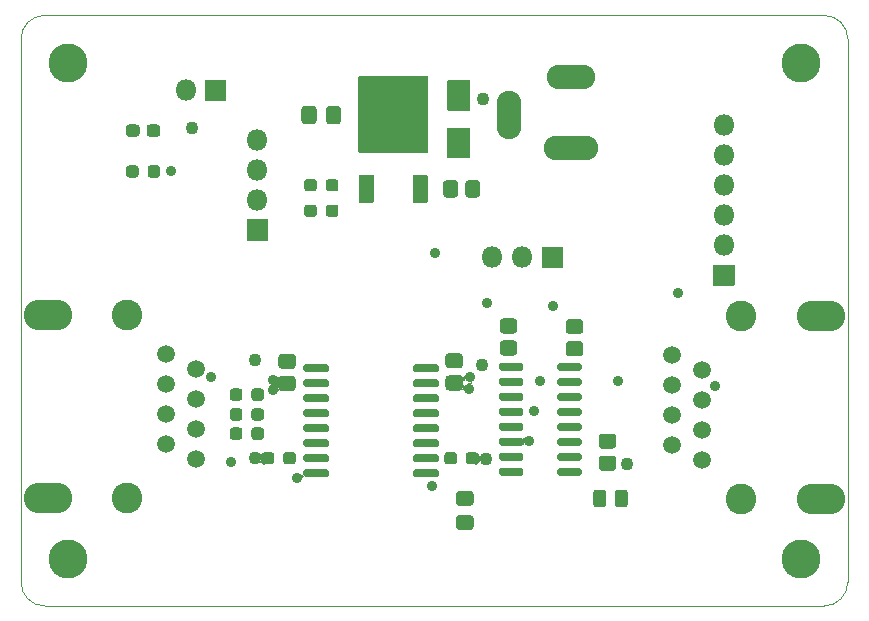
<source format=gts>
G04 #@! TF.GenerationSoftware,KiCad,Pcbnew,5.1.12-84ad8e8a86~92~ubuntu20.04.1*
G04 #@! TF.CreationDate,2022-04-04T08:19:54+02:00*
G04 #@! TF.ProjectId,s88iso,73383869-736f-42e6-9b69-6361645f7063,2020/08*
G04 #@! TF.SameCoordinates,Original*
G04 #@! TF.FileFunction,Soldermask,Top*
G04 #@! TF.FilePolarity,Negative*
%FSLAX46Y46*%
G04 Gerber Fmt 4.6, Leading zero omitted, Abs format (unit mm)*
G04 Created by KiCad (PCBNEW 5.1.12-84ad8e8a86~92~ubuntu20.04.1) date 2022-04-04 08:19:54*
%MOMM*%
%LPD*%
G01*
G04 APERTURE LIST*
G04 #@! TA.AperFunction,Profile*
%ADD10C,0.050000*%
G04 #@! TD*
%ADD11O,4.102000X2.602000*%
%ADD12C,1.502000*%
%ADD13C,2.602000*%
%ADD14O,1.802000X1.802000*%
%ADD15C,3.302000*%
%ADD16O,2.100980X4.102500*%
%ADD17O,4.102500X2.100980*%
%ADD18O,4.602880X2.100980*%
%ADD19C,0.902000*%
%ADD20C,1.102000*%
%ADD21C,0.100000*%
G04 APERTURE END LIST*
D10*
X100000000Y-128000000D02*
X100000000Y-82000000D01*
X168000000Y-130000000D02*
X102000000Y-130000000D01*
X170000000Y-82000000D02*
X170000000Y-128000000D01*
X168000000Y-80000000D02*
X102000000Y-80000000D01*
X100000000Y-82000000D02*
G75*
G02*
X102000000Y-80000000I2000000J0D01*
G01*
X168000000Y-80000000D02*
G75*
G02*
X170000000Y-82000000I0J-2000000D01*
G01*
X170000000Y-128000000D02*
G75*
G02*
X168000000Y-130000000I-2000000J0D01*
G01*
X102000000Y-130000000D02*
G75*
G02*
X100000000Y-128000000I0J2000000D01*
G01*
X100000000Y-128000000D02*
X100000000Y-82000000D01*
X168000000Y-130000000D02*
X102000000Y-130000000D01*
X170000000Y-82000000D02*
X170000000Y-128000000D01*
X168000000Y-80000000D02*
X102000000Y-80000000D01*
X100000000Y-82000000D02*
G75*
G02*
X102000000Y-80000000I2000000J0D01*
G01*
X168000000Y-80000000D02*
G75*
G02*
X170000000Y-82000000I0J-2000000D01*
G01*
X170000000Y-128000000D02*
G75*
G02*
X168000000Y-130000000I-2000000J0D01*
G01*
X102000000Y-130000000D02*
G75*
G02*
X100000000Y-128000000I0J2000000D01*
G01*
G36*
G01*
X145416200Y-109928900D02*
X145416200Y-109577900D01*
G75*
G02*
X145591700Y-109402400I175500J0D01*
G01*
X147292700Y-109402400D01*
G75*
G02*
X147468200Y-109577900I0J-175500D01*
G01*
X147468200Y-109928900D01*
G75*
G02*
X147292700Y-110104400I-175500J0D01*
G01*
X145591700Y-110104400D01*
G75*
G02*
X145416200Y-109928900I0J175500D01*
G01*
G37*
G36*
G01*
X145416200Y-111198900D02*
X145416200Y-110847900D01*
G75*
G02*
X145591700Y-110672400I175500J0D01*
G01*
X147292700Y-110672400D01*
G75*
G02*
X147468200Y-110847900I0J-175500D01*
G01*
X147468200Y-111198900D01*
G75*
G02*
X147292700Y-111374400I-175500J0D01*
G01*
X145591700Y-111374400D01*
G75*
G02*
X145416200Y-111198900I0J175500D01*
G01*
G37*
G36*
G01*
X145416200Y-112468900D02*
X145416200Y-112117900D01*
G75*
G02*
X145591700Y-111942400I175500J0D01*
G01*
X147292700Y-111942400D01*
G75*
G02*
X147468200Y-112117900I0J-175500D01*
G01*
X147468200Y-112468900D01*
G75*
G02*
X147292700Y-112644400I-175500J0D01*
G01*
X145591700Y-112644400D01*
G75*
G02*
X145416200Y-112468900I0J175500D01*
G01*
G37*
G36*
G01*
X145416200Y-113738900D02*
X145416200Y-113387900D01*
G75*
G02*
X145591700Y-113212400I175500J0D01*
G01*
X147292700Y-113212400D01*
G75*
G02*
X147468200Y-113387900I0J-175500D01*
G01*
X147468200Y-113738900D01*
G75*
G02*
X147292700Y-113914400I-175500J0D01*
G01*
X145591700Y-113914400D01*
G75*
G02*
X145416200Y-113738900I0J175500D01*
G01*
G37*
G36*
G01*
X145416200Y-115008900D02*
X145416200Y-114657900D01*
G75*
G02*
X145591700Y-114482400I175500J0D01*
G01*
X147292700Y-114482400D01*
G75*
G02*
X147468200Y-114657900I0J-175500D01*
G01*
X147468200Y-115008900D01*
G75*
G02*
X147292700Y-115184400I-175500J0D01*
G01*
X145591700Y-115184400D01*
G75*
G02*
X145416200Y-115008900I0J175500D01*
G01*
G37*
G36*
G01*
X145416200Y-116278900D02*
X145416200Y-115927900D01*
G75*
G02*
X145591700Y-115752400I175500J0D01*
G01*
X147292700Y-115752400D01*
G75*
G02*
X147468200Y-115927900I0J-175500D01*
G01*
X147468200Y-116278900D01*
G75*
G02*
X147292700Y-116454400I-175500J0D01*
G01*
X145591700Y-116454400D01*
G75*
G02*
X145416200Y-116278900I0J175500D01*
G01*
G37*
G36*
G01*
X145416200Y-117548900D02*
X145416200Y-117197900D01*
G75*
G02*
X145591700Y-117022400I175500J0D01*
G01*
X147292700Y-117022400D01*
G75*
G02*
X147468200Y-117197900I0J-175500D01*
G01*
X147468200Y-117548900D01*
G75*
G02*
X147292700Y-117724400I-175500J0D01*
G01*
X145591700Y-117724400D01*
G75*
G02*
X145416200Y-117548900I0J175500D01*
G01*
G37*
G36*
G01*
X145416200Y-118818900D02*
X145416200Y-118467900D01*
G75*
G02*
X145591700Y-118292400I175500J0D01*
G01*
X147292700Y-118292400D01*
G75*
G02*
X147468200Y-118467900I0J-175500D01*
G01*
X147468200Y-118818900D01*
G75*
G02*
X147292700Y-118994400I-175500J0D01*
G01*
X145591700Y-118994400D01*
G75*
G02*
X145416200Y-118818900I0J175500D01*
G01*
G37*
G36*
G01*
X140466200Y-118818900D02*
X140466200Y-118467900D01*
G75*
G02*
X140641700Y-118292400I175500J0D01*
G01*
X142342700Y-118292400D01*
G75*
G02*
X142518200Y-118467900I0J-175500D01*
G01*
X142518200Y-118818900D01*
G75*
G02*
X142342700Y-118994400I-175500J0D01*
G01*
X140641700Y-118994400D01*
G75*
G02*
X140466200Y-118818900I0J175500D01*
G01*
G37*
G36*
G01*
X140466200Y-117548900D02*
X140466200Y-117197900D01*
G75*
G02*
X140641700Y-117022400I175500J0D01*
G01*
X142342700Y-117022400D01*
G75*
G02*
X142518200Y-117197900I0J-175500D01*
G01*
X142518200Y-117548900D01*
G75*
G02*
X142342700Y-117724400I-175500J0D01*
G01*
X140641700Y-117724400D01*
G75*
G02*
X140466200Y-117548900I0J175500D01*
G01*
G37*
G36*
G01*
X140466200Y-116278900D02*
X140466200Y-115927900D01*
G75*
G02*
X140641700Y-115752400I175500J0D01*
G01*
X142342700Y-115752400D01*
G75*
G02*
X142518200Y-115927900I0J-175500D01*
G01*
X142518200Y-116278900D01*
G75*
G02*
X142342700Y-116454400I-175500J0D01*
G01*
X140641700Y-116454400D01*
G75*
G02*
X140466200Y-116278900I0J175500D01*
G01*
G37*
G36*
G01*
X140466200Y-115008900D02*
X140466200Y-114657900D01*
G75*
G02*
X140641700Y-114482400I175500J0D01*
G01*
X142342700Y-114482400D01*
G75*
G02*
X142518200Y-114657900I0J-175500D01*
G01*
X142518200Y-115008900D01*
G75*
G02*
X142342700Y-115184400I-175500J0D01*
G01*
X140641700Y-115184400D01*
G75*
G02*
X140466200Y-115008900I0J175500D01*
G01*
G37*
G36*
G01*
X140466200Y-113738900D02*
X140466200Y-113387900D01*
G75*
G02*
X140641700Y-113212400I175500J0D01*
G01*
X142342700Y-113212400D01*
G75*
G02*
X142518200Y-113387900I0J-175500D01*
G01*
X142518200Y-113738900D01*
G75*
G02*
X142342700Y-113914400I-175500J0D01*
G01*
X140641700Y-113914400D01*
G75*
G02*
X140466200Y-113738900I0J175500D01*
G01*
G37*
G36*
G01*
X140466200Y-112468900D02*
X140466200Y-112117900D01*
G75*
G02*
X140641700Y-111942400I175500J0D01*
G01*
X142342700Y-111942400D01*
G75*
G02*
X142518200Y-112117900I0J-175500D01*
G01*
X142518200Y-112468900D01*
G75*
G02*
X142342700Y-112644400I-175500J0D01*
G01*
X140641700Y-112644400D01*
G75*
G02*
X140466200Y-112468900I0J175500D01*
G01*
G37*
G36*
G01*
X140466200Y-111198900D02*
X140466200Y-110847900D01*
G75*
G02*
X140641700Y-110672400I175500J0D01*
G01*
X142342700Y-110672400D01*
G75*
G02*
X142518200Y-110847900I0J-175500D01*
G01*
X142518200Y-111198900D01*
G75*
G02*
X142342700Y-111374400I-175500J0D01*
G01*
X140641700Y-111374400D01*
G75*
G02*
X140466200Y-111198900I0J175500D01*
G01*
G37*
G36*
G01*
X140466200Y-109928900D02*
X140466200Y-109577900D01*
G75*
G02*
X140641700Y-109402400I175500J0D01*
G01*
X142342700Y-109402400D01*
G75*
G02*
X142518200Y-109577900I0J-175500D01*
G01*
X142518200Y-109928900D01*
G75*
G02*
X142342700Y-110104400I-175500J0D01*
G01*
X140641700Y-110104400D01*
G75*
G02*
X140466200Y-109928900I0J175500D01*
G01*
G37*
G36*
G01*
X133215600Y-110055900D02*
X133215600Y-109704900D01*
G75*
G02*
X133391100Y-109529400I175500J0D01*
G01*
X135192100Y-109529400D01*
G75*
G02*
X135367600Y-109704900I0J-175500D01*
G01*
X135367600Y-110055900D01*
G75*
G02*
X135192100Y-110231400I-175500J0D01*
G01*
X133391100Y-110231400D01*
G75*
G02*
X133215600Y-110055900I0J175500D01*
G01*
G37*
G36*
G01*
X133215600Y-111325900D02*
X133215600Y-110974900D01*
G75*
G02*
X133391100Y-110799400I175500J0D01*
G01*
X135192100Y-110799400D01*
G75*
G02*
X135367600Y-110974900I0J-175500D01*
G01*
X135367600Y-111325900D01*
G75*
G02*
X135192100Y-111501400I-175500J0D01*
G01*
X133391100Y-111501400D01*
G75*
G02*
X133215600Y-111325900I0J175500D01*
G01*
G37*
G36*
G01*
X133215600Y-112595900D02*
X133215600Y-112244900D01*
G75*
G02*
X133391100Y-112069400I175500J0D01*
G01*
X135192100Y-112069400D01*
G75*
G02*
X135367600Y-112244900I0J-175500D01*
G01*
X135367600Y-112595900D01*
G75*
G02*
X135192100Y-112771400I-175500J0D01*
G01*
X133391100Y-112771400D01*
G75*
G02*
X133215600Y-112595900I0J175500D01*
G01*
G37*
G36*
G01*
X133215600Y-113865900D02*
X133215600Y-113514900D01*
G75*
G02*
X133391100Y-113339400I175500J0D01*
G01*
X135192100Y-113339400D01*
G75*
G02*
X135367600Y-113514900I0J-175500D01*
G01*
X135367600Y-113865900D01*
G75*
G02*
X135192100Y-114041400I-175500J0D01*
G01*
X133391100Y-114041400D01*
G75*
G02*
X133215600Y-113865900I0J175500D01*
G01*
G37*
G36*
G01*
X133215600Y-115135900D02*
X133215600Y-114784900D01*
G75*
G02*
X133391100Y-114609400I175500J0D01*
G01*
X135192100Y-114609400D01*
G75*
G02*
X135367600Y-114784900I0J-175500D01*
G01*
X135367600Y-115135900D01*
G75*
G02*
X135192100Y-115311400I-175500J0D01*
G01*
X133391100Y-115311400D01*
G75*
G02*
X133215600Y-115135900I0J175500D01*
G01*
G37*
G36*
G01*
X133215600Y-116405900D02*
X133215600Y-116054900D01*
G75*
G02*
X133391100Y-115879400I175500J0D01*
G01*
X135192100Y-115879400D01*
G75*
G02*
X135367600Y-116054900I0J-175500D01*
G01*
X135367600Y-116405900D01*
G75*
G02*
X135192100Y-116581400I-175500J0D01*
G01*
X133391100Y-116581400D01*
G75*
G02*
X133215600Y-116405900I0J175500D01*
G01*
G37*
G36*
G01*
X133215600Y-117675900D02*
X133215600Y-117324900D01*
G75*
G02*
X133391100Y-117149400I175500J0D01*
G01*
X135192100Y-117149400D01*
G75*
G02*
X135367600Y-117324900I0J-175500D01*
G01*
X135367600Y-117675900D01*
G75*
G02*
X135192100Y-117851400I-175500J0D01*
G01*
X133391100Y-117851400D01*
G75*
G02*
X133215600Y-117675900I0J175500D01*
G01*
G37*
G36*
G01*
X133215600Y-118945900D02*
X133215600Y-118594900D01*
G75*
G02*
X133391100Y-118419400I175500J0D01*
G01*
X135192100Y-118419400D01*
G75*
G02*
X135367600Y-118594900I0J-175500D01*
G01*
X135367600Y-118945900D01*
G75*
G02*
X135192100Y-119121400I-175500J0D01*
G01*
X133391100Y-119121400D01*
G75*
G02*
X133215600Y-118945900I0J175500D01*
G01*
G37*
G36*
G01*
X123915600Y-118945900D02*
X123915600Y-118594900D01*
G75*
G02*
X124091100Y-118419400I175500J0D01*
G01*
X125892100Y-118419400D01*
G75*
G02*
X126067600Y-118594900I0J-175500D01*
G01*
X126067600Y-118945900D01*
G75*
G02*
X125892100Y-119121400I-175500J0D01*
G01*
X124091100Y-119121400D01*
G75*
G02*
X123915600Y-118945900I0J175500D01*
G01*
G37*
G36*
G01*
X123915600Y-117675900D02*
X123915600Y-117324900D01*
G75*
G02*
X124091100Y-117149400I175500J0D01*
G01*
X125892100Y-117149400D01*
G75*
G02*
X126067600Y-117324900I0J-175500D01*
G01*
X126067600Y-117675900D01*
G75*
G02*
X125892100Y-117851400I-175500J0D01*
G01*
X124091100Y-117851400D01*
G75*
G02*
X123915600Y-117675900I0J175500D01*
G01*
G37*
G36*
G01*
X123915600Y-116405900D02*
X123915600Y-116054900D01*
G75*
G02*
X124091100Y-115879400I175500J0D01*
G01*
X125892100Y-115879400D01*
G75*
G02*
X126067600Y-116054900I0J-175500D01*
G01*
X126067600Y-116405900D01*
G75*
G02*
X125892100Y-116581400I-175500J0D01*
G01*
X124091100Y-116581400D01*
G75*
G02*
X123915600Y-116405900I0J175500D01*
G01*
G37*
G36*
G01*
X123915600Y-115135900D02*
X123915600Y-114784900D01*
G75*
G02*
X124091100Y-114609400I175500J0D01*
G01*
X125892100Y-114609400D01*
G75*
G02*
X126067600Y-114784900I0J-175500D01*
G01*
X126067600Y-115135900D01*
G75*
G02*
X125892100Y-115311400I-175500J0D01*
G01*
X124091100Y-115311400D01*
G75*
G02*
X123915600Y-115135900I0J175500D01*
G01*
G37*
G36*
G01*
X123915600Y-113865900D02*
X123915600Y-113514900D01*
G75*
G02*
X124091100Y-113339400I175500J0D01*
G01*
X125892100Y-113339400D01*
G75*
G02*
X126067600Y-113514900I0J-175500D01*
G01*
X126067600Y-113865900D01*
G75*
G02*
X125892100Y-114041400I-175500J0D01*
G01*
X124091100Y-114041400D01*
G75*
G02*
X123915600Y-113865900I0J175500D01*
G01*
G37*
G36*
G01*
X123915600Y-112595900D02*
X123915600Y-112244900D01*
G75*
G02*
X124091100Y-112069400I175500J0D01*
G01*
X125892100Y-112069400D01*
G75*
G02*
X126067600Y-112244900I0J-175500D01*
G01*
X126067600Y-112595900D01*
G75*
G02*
X125892100Y-112771400I-175500J0D01*
G01*
X124091100Y-112771400D01*
G75*
G02*
X123915600Y-112595900I0J175500D01*
G01*
G37*
G36*
G01*
X123915600Y-111325900D02*
X123915600Y-110974900D01*
G75*
G02*
X124091100Y-110799400I175500J0D01*
G01*
X125892100Y-110799400D01*
G75*
G02*
X126067600Y-110974900I0J-175500D01*
G01*
X126067600Y-111325900D01*
G75*
G02*
X125892100Y-111501400I-175500J0D01*
G01*
X124091100Y-111501400D01*
G75*
G02*
X123915600Y-111325900I0J175500D01*
G01*
G37*
G36*
G01*
X123915600Y-110055900D02*
X123915600Y-109704900D01*
G75*
G02*
X124091100Y-109529400I175500J0D01*
G01*
X125892100Y-109529400D01*
G75*
G02*
X126067600Y-109704900I0J-175500D01*
G01*
X126067600Y-110055900D01*
G75*
G02*
X125892100Y-110231400I-175500J0D01*
G01*
X124091100Y-110231400D01*
G75*
G02*
X123915600Y-110055900I0J175500D01*
G01*
G37*
G36*
G01*
X137958400Y-88099400D02*
X136158400Y-88099400D01*
G75*
G02*
X136107400Y-88048400I0J51000D01*
G01*
X136107400Y-85548400D01*
G75*
G02*
X136158400Y-85497400I51000J0D01*
G01*
X137958400Y-85497400D01*
G75*
G02*
X138009400Y-85548400I0J-51000D01*
G01*
X138009400Y-88048400D01*
G75*
G02*
X137958400Y-88099400I-51000J0D01*
G01*
G37*
G36*
G01*
X137958400Y-92099400D02*
X136158400Y-92099400D01*
G75*
G02*
X136107400Y-92048400I0J51000D01*
G01*
X136107400Y-89548400D01*
G75*
G02*
X136158400Y-89497400I51000J0D01*
G01*
X137958400Y-89497400D01*
G75*
G02*
X138009400Y-89548400I0J-51000D01*
G01*
X138009400Y-92048400D01*
G75*
G02*
X137958400Y-92099400I-51000J0D01*
G01*
G37*
D11*
X167700000Y-120983200D03*
X167700000Y-105483200D03*
D12*
X157693200Y-115138200D03*
X157693200Y-117678200D03*
X155153200Y-116408200D03*
X155153200Y-113868200D03*
X157693200Y-112598200D03*
X155153200Y-111328200D03*
X157693200Y-110058200D03*
X155153200Y-108788200D03*
D13*
X160983200Y-120983200D03*
X160983200Y-105483200D03*
G36*
G01*
X136913000Y-117237400D02*
X136913000Y-117763400D01*
G75*
G02*
X136650000Y-118026400I-263000J0D01*
G01*
X136099000Y-118026400D01*
G75*
G02*
X135836000Y-117763400I0J263000D01*
G01*
X135836000Y-117237400D01*
G75*
G02*
X136099000Y-116974400I263000J0D01*
G01*
X136650000Y-116974400D01*
G75*
G02*
X136913000Y-117237400I0J-263000D01*
G01*
G37*
G36*
G01*
X138738000Y-117237400D02*
X138738000Y-117763400D01*
G75*
G02*
X138475000Y-118026400I-263000J0D01*
G01*
X137924000Y-118026400D01*
G75*
G02*
X137661000Y-117763400I0J263000D01*
G01*
X137661000Y-117237400D01*
G75*
G02*
X137924000Y-116974400I263000J0D01*
G01*
X138475000Y-116974400D01*
G75*
G02*
X138738000Y-117237400I0J-263000D01*
G01*
G37*
G36*
G01*
X121444400Y-117237400D02*
X121444400Y-117763400D01*
G75*
G02*
X121181400Y-118026400I-263000J0D01*
G01*
X120630400Y-118026400D01*
G75*
G02*
X120367400Y-117763400I0J263000D01*
G01*
X120367400Y-117237400D01*
G75*
G02*
X120630400Y-116974400I263000J0D01*
G01*
X121181400Y-116974400D01*
G75*
G02*
X121444400Y-117237400I0J-263000D01*
G01*
G37*
G36*
G01*
X123269400Y-117237400D02*
X123269400Y-117763400D01*
G75*
G02*
X123006400Y-118026400I-263000J0D01*
G01*
X122455400Y-118026400D01*
G75*
G02*
X122192400Y-117763400I0J263000D01*
G01*
X122192400Y-117237400D01*
G75*
G02*
X122455400Y-116974400I263000J0D01*
G01*
X123006400Y-116974400D01*
G75*
G02*
X123269400Y-117237400I0J-263000D01*
G01*
G37*
G36*
G01*
X122104100Y-108647500D02*
X122955100Y-108647500D01*
G75*
G02*
X123280600Y-108973000I0J-325500D01*
G01*
X123280600Y-109624000D01*
G75*
G02*
X122955100Y-109949500I-325500J0D01*
G01*
X122104100Y-109949500D01*
G75*
G02*
X121778600Y-109624000I0J325500D01*
G01*
X121778600Y-108973000D01*
G75*
G02*
X122104100Y-108647500I325500J0D01*
G01*
G37*
G36*
G01*
X122104100Y-110522500D02*
X122955100Y-110522500D01*
G75*
G02*
X123280600Y-110848000I0J-325500D01*
G01*
X123280600Y-111499000D01*
G75*
G02*
X122955100Y-111824500I-325500J0D01*
G01*
X122104100Y-111824500D01*
G75*
G02*
X121778600Y-111499000I0J325500D01*
G01*
X121778600Y-110848000D01*
G75*
G02*
X122104100Y-110522500I325500J0D01*
G01*
G37*
G36*
G01*
X136251900Y-110469400D02*
X137102900Y-110469400D01*
G75*
G02*
X137428400Y-110794900I0J-325500D01*
G01*
X137428400Y-111445900D01*
G75*
G02*
X137102900Y-111771400I-325500J0D01*
G01*
X136251900Y-111771400D01*
G75*
G02*
X135926400Y-111445900I0J325500D01*
G01*
X135926400Y-110794900D01*
G75*
G02*
X136251900Y-110469400I325500J0D01*
G01*
G37*
G36*
G01*
X136251900Y-108594400D02*
X137102900Y-108594400D01*
G75*
G02*
X137428400Y-108919900I0J-325500D01*
G01*
X137428400Y-109570900D01*
G75*
G02*
X137102900Y-109896400I-325500J0D01*
G01*
X136251900Y-109896400D01*
G75*
G02*
X135926400Y-109570900I0J325500D01*
G01*
X135926400Y-108919900D01*
G75*
G02*
X136251900Y-108594400I325500J0D01*
G01*
G37*
G36*
G01*
X149561800Y-120427875D02*
X149561800Y-121380125D01*
G75*
G02*
X149286925Y-121655000I-274875J0D01*
G01*
X148709675Y-121655000D01*
G75*
G02*
X148434800Y-121380125I0J274875D01*
G01*
X148434800Y-120427875D01*
G75*
G02*
X148709675Y-120153000I274875J0D01*
G01*
X149286925Y-120153000D01*
G75*
G02*
X149561800Y-120427875I0J-274875D01*
G01*
G37*
G36*
G01*
X151386800Y-120427875D02*
X151386800Y-121380125D01*
G75*
G02*
X151111925Y-121655000I-274875J0D01*
G01*
X150534675Y-121655000D01*
G75*
G02*
X150259800Y-121380125I0J274875D01*
G01*
X150259800Y-120427875D01*
G75*
G02*
X150534675Y-120153000I274875J0D01*
G01*
X151111925Y-120153000D01*
G75*
G02*
X151386800Y-120427875I0J-274875D01*
G01*
G37*
G36*
G01*
X134420201Y-91644400D02*
X128620199Y-91644400D01*
G75*
G02*
X128569200Y-91593401I0J50999D01*
G01*
X128569200Y-85193399D01*
G75*
G02*
X128620199Y-85142400I50999J0D01*
G01*
X134420201Y-85142400D01*
G75*
G02*
X134471200Y-85193399I0J-50999D01*
G01*
X134471200Y-91593401D01*
G75*
G02*
X134420201Y-91644400I-50999J0D01*
G01*
G37*
G36*
G01*
X134400201Y-95844400D02*
X133200199Y-95844400D01*
G75*
G02*
X133149200Y-95793401I0J50999D01*
G01*
X133149200Y-93593399D01*
G75*
G02*
X133200199Y-93542400I50999J0D01*
G01*
X134400201Y-93542400D01*
G75*
G02*
X134451200Y-93593399I0J-50999D01*
G01*
X134451200Y-95793401D01*
G75*
G02*
X134400201Y-95844400I-50999J0D01*
G01*
G37*
G36*
G01*
X129840201Y-95844400D02*
X128640199Y-95844400D01*
G75*
G02*
X128589200Y-95793401I0J50999D01*
G01*
X128589200Y-93593399D01*
G75*
G02*
X128640199Y-93542400I50999J0D01*
G01*
X129840201Y-93542400D01*
G75*
G02*
X129891200Y-93593399I0J-50999D01*
G01*
X129891200Y-95793401D01*
G75*
G02*
X129840201Y-95844400I-50999J0D01*
G01*
G37*
G36*
G01*
X118752000Y-115154600D02*
X118752000Y-115680600D01*
G75*
G02*
X118489000Y-115943600I-263000J0D01*
G01*
X117938000Y-115943600D01*
G75*
G02*
X117675000Y-115680600I0J263000D01*
G01*
X117675000Y-115154600D01*
G75*
G02*
X117938000Y-114891600I263000J0D01*
G01*
X118489000Y-114891600D01*
G75*
G02*
X118752000Y-115154600I0J-263000D01*
G01*
G37*
G36*
G01*
X120577000Y-115154600D02*
X120577000Y-115680600D01*
G75*
G02*
X120314000Y-115943600I-263000J0D01*
G01*
X119763000Y-115943600D01*
G75*
G02*
X119500000Y-115680600I0J263000D01*
G01*
X119500000Y-115154600D01*
G75*
G02*
X119763000Y-114891600I263000J0D01*
G01*
X120314000Y-114891600D01*
G75*
G02*
X120577000Y-115154600I0J-263000D01*
G01*
G37*
G36*
G01*
X118752000Y-113529000D02*
X118752000Y-114055000D01*
G75*
G02*
X118489000Y-114318000I-263000J0D01*
G01*
X117938000Y-114318000D01*
G75*
G02*
X117675000Y-114055000I0J263000D01*
G01*
X117675000Y-113529000D01*
G75*
G02*
X117938000Y-113266000I263000J0D01*
G01*
X118489000Y-113266000D01*
G75*
G02*
X118752000Y-113529000I0J-263000D01*
G01*
G37*
G36*
G01*
X120577000Y-113529000D02*
X120577000Y-114055000D01*
G75*
G02*
X120314000Y-114318000I-263000J0D01*
G01*
X119763000Y-114318000D01*
G75*
G02*
X119500000Y-114055000I0J263000D01*
G01*
X119500000Y-113529000D01*
G75*
G02*
X119763000Y-113266000I263000J0D01*
G01*
X120314000Y-113266000D01*
G75*
G02*
X120577000Y-113529000I0J-263000D01*
G01*
G37*
G36*
G01*
X118752000Y-111852600D02*
X118752000Y-112378600D01*
G75*
G02*
X118489000Y-112641600I-263000J0D01*
G01*
X117938000Y-112641600D01*
G75*
G02*
X117675000Y-112378600I0J263000D01*
G01*
X117675000Y-111852600D01*
G75*
G02*
X117938000Y-111589600I263000J0D01*
G01*
X118489000Y-111589600D01*
G75*
G02*
X118752000Y-111852600I0J-263000D01*
G01*
G37*
G36*
G01*
X120577000Y-111852600D02*
X120577000Y-112378600D01*
G75*
G02*
X120314000Y-112641600I-263000J0D01*
G01*
X119763000Y-112641600D01*
G75*
G02*
X119500000Y-112378600I0J263000D01*
G01*
X119500000Y-111852600D01*
G75*
G02*
X119763000Y-111589600I263000J0D01*
G01*
X120314000Y-111589600D01*
G75*
G02*
X120577000Y-111852600I0J-263000D01*
G01*
G37*
G36*
G01*
X110711600Y-93481000D02*
X110711600Y-92955000D01*
G75*
G02*
X110974600Y-92692000I263000J0D01*
G01*
X111525600Y-92692000D01*
G75*
G02*
X111788600Y-92955000I0J-263000D01*
G01*
X111788600Y-93481000D01*
G75*
G02*
X111525600Y-93744000I-263000J0D01*
G01*
X110974600Y-93744000D01*
G75*
G02*
X110711600Y-93481000I0J263000D01*
G01*
G37*
G36*
G01*
X108886600Y-93481000D02*
X108886600Y-92955000D01*
G75*
G02*
X109149600Y-92692000I263000J0D01*
G01*
X109700600Y-92692000D01*
G75*
G02*
X109963600Y-92955000I0J-263000D01*
G01*
X109963600Y-93481000D01*
G75*
G02*
X109700600Y-93744000I-263000J0D01*
G01*
X109149600Y-93744000D01*
G75*
G02*
X108886600Y-93481000I0J263000D01*
G01*
G37*
G36*
G01*
X125051200Y-94123400D02*
X125051200Y-94649400D01*
G75*
G02*
X124788200Y-94912400I-263000J0D01*
G01*
X124237200Y-94912400D01*
G75*
G02*
X123974200Y-94649400I0J263000D01*
G01*
X123974200Y-94123400D01*
G75*
G02*
X124237200Y-93860400I263000J0D01*
G01*
X124788200Y-93860400D01*
G75*
G02*
X125051200Y-94123400I0J-263000D01*
G01*
G37*
G36*
G01*
X126876200Y-94123400D02*
X126876200Y-94649400D01*
G75*
G02*
X126613200Y-94912400I-263000J0D01*
G01*
X126062200Y-94912400D01*
G75*
G02*
X125799200Y-94649400I0J263000D01*
G01*
X125799200Y-94123400D01*
G75*
G02*
X126062200Y-93860400I263000J0D01*
G01*
X126613200Y-93860400D01*
G75*
G02*
X126876200Y-94123400I0J-263000D01*
G01*
G37*
G36*
G01*
X125799200Y-96808400D02*
X125799200Y-96282400D01*
G75*
G02*
X126062200Y-96019400I263000J0D01*
G01*
X126613200Y-96019400D01*
G75*
G02*
X126876200Y-96282400I0J-263000D01*
G01*
X126876200Y-96808400D01*
G75*
G02*
X126613200Y-97071400I-263000J0D01*
G01*
X126062200Y-97071400D01*
G75*
G02*
X125799200Y-96808400I0J263000D01*
G01*
G37*
G36*
G01*
X123974200Y-96808400D02*
X123974200Y-96282400D01*
G75*
G02*
X124237200Y-96019400I263000J0D01*
G01*
X124788200Y-96019400D01*
G75*
G02*
X125051200Y-96282400I0J-263000D01*
G01*
X125051200Y-96808400D01*
G75*
G02*
X124788200Y-97071400I-263000J0D01*
G01*
X124237200Y-97071400D01*
G75*
G02*
X123974200Y-96808400I0J263000D01*
G01*
G37*
G36*
G01*
X137087572Y-122319000D02*
X138045228Y-122319000D01*
G75*
G02*
X138317400Y-122591172I0J-272172D01*
G01*
X138317400Y-123298828D01*
G75*
G02*
X138045228Y-123571000I-272172J0D01*
G01*
X137087572Y-123571000D01*
G75*
G02*
X136815400Y-123298828I0J272172D01*
G01*
X136815400Y-122591172D01*
G75*
G02*
X137087572Y-122319000I272172J0D01*
G01*
G37*
G36*
G01*
X137087572Y-120269000D02*
X138045228Y-120269000D01*
G75*
G02*
X138317400Y-120541172I0J-272172D01*
G01*
X138317400Y-121248828D01*
G75*
G02*
X138045228Y-121521000I-272172J0D01*
G01*
X137087572Y-121521000D01*
G75*
G02*
X136815400Y-121248828I0J272172D01*
G01*
X136815400Y-120541172D01*
G75*
G02*
X137087572Y-120269000I272172J0D01*
G01*
G37*
G36*
G01*
X110636600Y-90026600D02*
X110636600Y-89500600D01*
G75*
G02*
X110899600Y-89237600I263000J0D01*
G01*
X111525600Y-89237600D01*
G75*
G02*
X111788600Y-89500600I0J-263000D01*
G01*
X111788600Y-90026600D01*
G75*
G02*
X111525600Y-90289600I-263000J0D01*
G01*
X110899600Y-90289600D01*
G75*
G02*
X110636600Y-90026600I0J263000D01*
G01*
G37*
G36*
G01*
X108886600Y-90026600D02*
X108886600Y-89500600D01*
G75*
G02*
X109149600Y-89237600I263000J0D01*
G01*
X109775600Y-89237600D01*
G75*
G02*
X110038600Y-89500600I0J-263000D01*
G01*
X110038600Y-90026600D01*
G75*
G02*
X109775600Y-90289600I-263000J0D01*
G01*
X109149600Y-90289600D01*
G75*
G02*
X108886600Y-90026600I0J263000D01*
G01*
G37*
G36*
G01*
X125026200Y-87938502D02*
X125026200Y-88947098D01*
G75*
G02*
X124754498Y-89218800I-271702J0D01*
G01*
X124020902Y-89218800D01*
G75*
G02*
X123749200Y-88947098I0J271702D01*
G01*
X123749200Y-87938502D01*
G75*
G02*
X124020902Y-87666800I271702J0D01*
G01*
X124754498Y-87666800D01*
G75*
G02*
X125026200Y-87938502I0J-271702D01*
G01*
G37*
G36*
G01*
X127101200Y-87938502D02*
X127101200Y-88947098D01*
G75*
G02*
X126829498Y-89218800I-271702J0D01*
G01*
X126095902Y-89218800D01*
G75*
G02*
X125824200Y-88947098I0J271702D01*
G01*
X125824200Y-87938502D01*
G75*
G02*
X126095902Y-87666800I271702J0D01*
G01*
X126829498Y-87666800D01*
G75*
G02*
X127101200Y-87938502I0J-271702D01*
G01*
G37*
D14*
X139920000Y-100500000D03*
X142460000Y-100500000D03*
G36*
G01*
X144150000Y-99599000D02*
X145850000Y-99599000D01*
G75*
G02*
X145901000Y-99650000I0J-51000D01*
G01*
X145901000Y-101350000D01*
G75*
G02*
X145850000Y-101401000I-51000J0D01*
G01*
X144150000Y-101401000D01*
G75*
G02*
X144099000Y-101350000I0J51000D01*
G01*
X144099000Y-99650000D01*
G75*
G02*
X144150000Y-99599000I51000J0D01*
G01*
G37*
D13*
X108979000Y-120899000D03*
X108979000Y-105399000D03*
D12*
X114809000Y-117594000D03*
X112269000Y-116324000D03*
X114809000Y-115054000D03*
X112269000Y-113784000D03*
X114809000Y-112514000D03*
X114809000Y-109974000D03*
X112269000Y-108704000D03*
X112269000Y-111244000D03*
D11*
X102300000Y-120899000D03*
X102300000Y-105399000D03*
D15*
X166000000Y-126000000D03*
X166000000Y-84000000D03*
X104000000Y-126000000D03*
X104000000Y-84000000D03*
D14*
X120015000Y-90551000D03*
X120015000Y-93091000D03*
X120015000Y-95631000D03*
G36*
G01*
X120916000Y-97321000D02*
X120916000Y-99021000D01*
G75*
G02*
X120865000Y-99072000I-51000J0D01*
G01*
X119165000Y-99072000D01*
G75*
G02*
X119114000Y-99021000I0J51000D01*
G01*
X119114000Y-97321000D01*
G75*
G02*
X119165000Y-97270000I51000J0D01*
G01*
X120865000Y-97270000D01*
G75*
G02*
X120916000Y-97321000I0J-51000D01*
G01*
G37*
G36*
G01*
X137598900Y-95116700D02*
X137598900Y-94265700D01*
G75*
G02*
X137924400Y-93940200I325500J0D01*
G01*
X138575400Y-93940200D01*
G75*
G02*
X138900900Y-94265700I0J-325500D01*
G01*
X138900900Y-95116700D01*
G75*
G02*
X138575400Y-95442200I-325500J0D01*
G01*
X137924400Y-95442200D01*
G75*
G02*
X137598900Y-95116700I0J325500D01*
G01*
G37*
G36*
G01*
X135723900Y-95116700D02*
X135723900Y-94265700D01*
G75*
G02*
X136049400Y-93940200I325500J0D01*
G01*
X136700400Y-93940200D01*
G75*
G02*
X137025900Y-94265700I0J-325500D01*
G01*
X137025900Y-95116700D01*
G75*
G02*
X136700400Y-95442200I-325500J0D01*
G01*
X136049400Y-95442200D01*
G75*
G02*
X135723900Y-95116700I0J325500D01*
G01*
G37*
G36*
G01*
X141700300Y-108827300D02*
X140849300Y-108827300D01*
G75*
G02*
X140523800Y-108501800I0J325500D01*
G01*
X140523800Y-107850800D01*
G75*
G02*
X140849300Y-107525300I325500J0D01*
G01*
X141700300Y-107525300D01*
G75*
G02*
X142025800Y-107850800I0J-325500D01*
G01*
X142025800Y-108501800D01*
G75*
G02*
X141700300Y-108827300I-325500J0D01*
G01*
G37*
G36*
G01*
X141700300Y-106952300D02*
X140849300Y-106952300D01*
G75*
G02*
X140523800Y-106626800I0J325500D01*
G01*
X140523800Y-105975800D01*
G75*
G02*
X140849300Y-105650300I325500J0D01*
G01*
X141700300Y-105650300D01*
G75*
G02*
X142025800Y-105975800I0J-325500D01*
G01*
X142025800Y-106626800D01*
G75*
G02*
X141700300Y-106952300I-325500J0D01*
G01*
G37*
D16*
X141307820Y-88437720D03*
D17*
X146608800Y-85186520D03*
D18*
X146608800Y-91188540D03*
G36*
G01*
X150082300Y-116705900D02*
X149231300Y-116705900D01*
G75*
G02*
X148905800Y-116380400I0J325500D01*
G01*
X148905800Y-115729400D01*
G75*
G02*
X149231300Y-115403900I325500J0D01*
G01*
X150082300Y-115403900D01*
G75*
G02*
X150407800Y-115729400I0J-325500D01*
G01*
X150407800Y-116380400D01*
G75*
G02*
X150082300Y-116705900I-325500J0D01*
G01*
G37*
G36*
G01*
X150082300Y-118580900D02*
X149231300Y-118580900D01*
G75*
G02*
X148905800Y-118255400I0J325500D01*
G01*
X148905800Y-117604400D01*
G75*
G02*
X149231300Y-117278900I325500J0D01*
G01*
X150082300Y-117278900D01*
G75*
G02*
X150407800Y-117604400I0J-325500D01*
G01*
X150407800Y-118255400D01*
G75*
G02*
X150082300Y-118580900I-325500J0D01*
G01*
G37*
G36*
G01*
X160413000Y-101150000D02*
X160413000Y-102850000D01*
G75*
G02*
X160362000Y-102901000I-51000J0D01*
G01*
X158662000Y-102901000D01*
G75*
G02*
X158611000Y-102850000I0J51000D01*
G01*
X158611000Y-101150000D01*
G75*
G02*
X158662000Y-101099000I51000J0D01*
G01*
X160362000Y-101099000D01*
G75*
G02*
X160413000Y-101150000I0J-51000D01*
G01*
G37*
D14*
X159512000Y-99460000D03*
X159512000Y-96920000D03*
X159512000Y-94380000D03*
X159512000Y-91840000D03*
X159512000Y-89300000D03*
G36*
G01*
X147288300Y-108878100D02*
X146437300Y-108878100D01*
G75*
G02*
X146111800Y-108552600I0J325500D01*
G01*
X146111800Y-107901600D01*
G75*
G02*
X146437300Y-107576100I325500J0D01*
G01*
X147288300Y-107576100D01*
G75*
G02*
X147613800Y-107901600I0J-325500D01*
G01*
X147613800Y-108552600D01*
G75*
G02*
X147288300Y-108878100I-325500J0D01*
G01*
G37*
G36*
G01*
X147288300Y-107003100D02*
X146437300Y-107003100D01*
G75*
G02*
X146111800Y-106677600I0J325500D01*
G01*
X146111800Y-106026600D01*
G75*
G02*
X146437300Y-105701100I325500J0D01*
G01*
X147288300Y-105701100D01*
G75*
G02*
X147613800Y-106026600I0J-325500D01*
G01*
X147613800Y-106677600D01*
G75*
G02*
X147288300Y-107003100I-325500J0D01*
G01*
G37*
G36*
G01*
X115634400Y-85459000D02*
X117334400Y-85459000D01*
G75*
G02*
X117385400Y-85510000I0J-51000D01*
G01*
X117385400Y-87210000D01*
G75*
G02*
X117334400Y-87261000I-51000J0D01*
G01*
X115634400Y-87261000D01*
G75*
G02*
X115583400Y-87210000I0J51000D01*
G01*
X115583400Y-85510000D01*
G75*
G02*
X115634400Y-85459000I51000J0D01*
G01*
G37*
X113944400Y-86360000D03*
D19*
X139446000Y-104394000D03*
X145034000Y-104648000D03*
X134823200Y-119837200D03*
X112674400Y-93218000D03*
X135026400Y-100126800D03*
X158750000Y-111353600D03*
X137998200Y-110642400D03*
X137972800Y-111633000D03*
D20*
X139039600Y-109575600D03*
X151333200Y-118008400D03*
X114452400Y-89560400D03*
X139090400Y-87122000D03*
X139395200Y-117576600D03*
X119786400Y-117500400D03*
X119786400Y-109220000D03*
D19*
X121310400Y-111760000D03*
X121310400Y-110845600D03*
X123342400Y-119176800D03*
X150571200Y-110998000D03*
X143916400Y-110998000D03*
X143459200Y-113538000D03*
X155600400Y-103530400D03*
X143002000Y-116078000D03*
X116128800Y-110591600D03*
X117754400Y-117805200D03*
D21*
G36*
X123916765Y-118814176D02*
G01*
X123917600Y-118815802D01*
X123917600Y-118945806D01*
X123920942Y-118979743D01*
X123930816Y-119012292D01*
X123946848Y-119042287D01*
X123968424Y-119068576D01*
X123994713Y-119090152D01*
X124024708Y-119106184D01*
X124057257Y-119116058D01*
X124091296Y-119119410D01*
X124092922Y-119120575D01*
X124092726Y-119122565D01*
X124091100Y-119123400D01*
X124034740Y-119123400D01*
X124034544Y-119123390D01*
X124006476Y-119120626D01*
X124006091Y-119120550D01*
X123985010Y-119114154D01*
X123984648Y-119114004D01*
X123973690Y-119108148D01*
X123951327Y-119098885D01*
X123927677Y-119094181D01*
X123903571Y-119094181D01*
X123879921Y-119098886D01*
X123857647Y-119108112D01*
X123837600Y-119121507D01*
X123820553Y-119138554D01*
X123807158Y-119158602D01*
X123797949Y-119180833D01*
X123793206Y-119212812D01*
X123791963Y-119214379D01*
X123789985Y-119214086D01*
X123789228Y-119212519D01*
X123789228Y-119132793D01*
X123772056Y-119046464D01*
X123738373Y-118965147D01*
X123691081Y-118894368D01*
X123690950Y-118892372D01*
X123692613Y-118891261D01*
X123694158Y-118891843D01*
X123696928Y-118894613D01*
X123697060Y-118894758D01*
X123703634Y-118902769D01*
X123722271Y-118918064D01*
X123743535Y-118929429D01*
X123766610Y-118936429D01*
X123790601Y-118938792D01*
X123814592Y-118936429D01*
X123837667Y-118929429D01*
X123858931Y-118918064D01*
X123877568Y-118902769D01*
X123892863Y-118884132D01*
X123904228Y-118862868D01*
X123911228Y-118839793D01*
X123913610Y-118815606D01*
X123914775Y-118813980D01*
X123916765Y-118814176D01*
G37*
G36*
X138531558Y-116972410D02*
G01*
X138576695Y-116976855D01*
X138577080Y-116976931D01*
X138614576Y-116988306D01*
X138614938Y-116988456D01*
X138649497Y-117006928D01*
X138649823Y-117007146D01*
X138680116Y-117032007D01*
X138680393Y-117032284D01*
X138705254Y-117062577D01*
X138705472Y-117062903D01*
X138723944Y-117097462D01*
X138724094Y-117097824D01*
X138735469Y-117135320D01*
X138735545Y-117135705D01*
X138739491Y-117175772D01*
X138744215Y-117199524D01*
X138753441Y-117221798D01*
X138766836Y-117241845D01*
X138783883Y-117258892D01*
X138803930Y-117272287D01*
X138826204Y-117281513D01*
X138849854Y-117286218D01*
X138873961Y-117286218D01*
X138897611Y-117281514D01*
X138919885Y-117272288D01*
X138939890Y-117258921D01*
X138961601Y-117234966D01*
X138963505Y-117234354D01*
X138964987Y-117235697D01*
X138964746Y-117237420D01*
X138911034Y-117317807D01*
X138869850Y-117417235D01*
X138848853Y-117522792D01*
X138848853Y-117630408D01*
X138869850Y-117735965D01*
X138911034Y-117835393D01*
X138938892Y-117877085D01*
X138939023Y-117879081D01*
X138937360Y-117880192D01*
X138935683Y-117879465D01*
X138924158Y-117865422D01*
X138905521Y-117850127D01*
X138884257Y-117838762D01*
X138861182Y-117831762D01*
X138837191Y-117829399D01*
X138813200Y-117831762D01*
X138790125Y-117838762D01*
X138768862Y-117850128D01*
X138750225Y-117865423D01*
X138734896Y-117884102D01*
X138728700Y-117894440D01*
X138705473Y-117937896D01*
X138705255Y-117938222D01*
X138680393Y-117968516D01*
X138680116Y-117968793D01*
X138649823Y-117993654D01*
X138649497Y-117993872D01*
X138614938Y-118012344D01*
X138614576Y-118012494D01*
X138577080Y-118023869D01*
X138576695Y-118023945D01*
X138531558Y-118028390D01*
X138531362Y-118028400D01*
X138475000Y-118028400D01*
X138473268Y-118027400D01*
X138473268Y-118025400D01*
X138474804Y-118024410D01*
X138525914Y-118019377D01*
X138574877Y-118004523D01*
X138619999Y-117980406D01*
X138659548Y-117947948D01*
X138692006Y-117908399D01*
X138716123Y-117863277D01*
X138730977Y-117814314D01*
X138736000Y-117763306D01*
X138736000Y-117237494D01*
X138730977Y-117186486D01*
X138716123Y-117137523D01*
X138692006Y-117092401D01*
X138659548Y-117052852D01*
X138619999Y-117020394D01*
X138574877Y-116996277D01*
X138525914Y-116981423D01*
X138474804Y-116976390D01*
X138473178Y-116975225D01*
X138473374Y-116973235D01*
X138475000Y-116972400D01*
X138531362Y-116972400D01*
X138531558Y-116972410D01*
G37*
G36*
X120632132Y-116973400D02*
G01*
X120632132Y-116975400D01*
X120630596Y-116976390D01*
X120579486Y-116981423D01*
X120530523Y-116996277D01*
X120485401Y-117020394D01*
X120445852Y-117052852D01*
X120413394Y-117092401D01*
X120389277Y-117137523D01*
X120374423Y-117186486D01*
X120369400Y-117237494D01*
X120369400Y-117763306D01*
X120374423Y-117814314D01*
X120389277Y-117863277D01*
X120413394Y-117908399D01*
X120445852Y-117947948D01*
X120485401Y-117980406D01*
X120530523Y-118004523D01*
X120579486Y-118019377D01*
X120630596Y-118024410D01*
X120632222Y-118025575D01*
X120632026Y-118027565D01*
X120630400Y-118028400D01*
X120574038Y-118028400D01*
X120573842Y-118028390D01*
X120528705Y-118023945D01*
X120528320Y-118023869D01*
X120490824Y-118012494D01*
X120490462Y-118012344D01*
X120455903Y-117993872D01*
X120455577Y-117993654D01*
X120425284Y-117968793D01*
X120425007Y-117968516D01*
X120400144Y-117938221D01*
X120399926Y-117937895D01*
X120382860Y-117905966D01*
X120369412Y-117885839D01*
X120352365Y-117868792D01*
X120332317Y-117855397D01*
X120310044Y-117846171D01*
X120286393Y-117841466D01*
X120262287Y-117841466D01*
X120238637Y-117846170D01*
X120216363Y-117855397D01*
X120196156Y-117868898D01*
X120194160Y-117869029D01*
X120193049Y-117867366D01*
X120193631Y-117865821D01*
X120210775Y-117848677D01*
X120270566Y-117759193D01*
X120311750Y-117659765D01*
X120332747Y-117554208D01*
X120332747Y-117446592D01*
X120311750Y-117341035D01*
X120270566Y-117241607D01*
X120210775Y-117152123D01*
X120189294Y-117130642D01*
X120188776Y-117128710D01*
X120190190Y-117127296D01*
X120191977Y-117127682D01*
X120206010Y-117139199D01*
X120227274Y-117150564D01*
X120250349Y-117157564D01*
X120274340Y-117159927D01*
X120298331Y-117157564D01*
X120321406Y-117150564D01*
X120342670Y-117139199D01*
X120361307Y-117123904D01*
X120376632Y-117105229D01*
X120382839Y-117094873D01*
X120399926Y-117062905D01*
X120400144Y-117062579D01*
X120425007Y-117032284D01*
X120425284Y-117032007D01*
X120455577Y-117007146D01*
X120455903Y-117006928D01*
X120490462Y-116988456D01*
X120490824Y-116988306D01*
X120528320Y-116976931D01*
X120528705Y-116976855D01*
X120573842Y-116972410D01*
X120574038Y-116972400D01*
X120630400Y-116972400D01*
X120632132Y-116973400D01*
G37*
G36*
X142399256Y-115750410D02*
G01*
X142427324Y-115753174D01*
X142427709Y-115753250D01*
X142448790Y-115759646D01*
X142449152Y-115759796D01*
X142468587Y-115770183D01*
X142468913Y-115770401D01*
X142494693Y-115791558D01*
X142514820Y-115805006D01*
X142537094Y-115814233D01*
X142560744Y-115818937D01*
X142584850Y-115818937D01*
X142608500Y-115814233D01*
X142630730Y-115805025D01*
X142656697Y-115785767D01*
X142658684Y-115785538D01*
X142659875Y-115787144D01*
X142659302Y-115788787D01*
X142654926Y-115793163D01*
X142606027Y-115866347D01*
X142572344Y-115947664D01*
X142555172Y-116033993D01*
X142555172Y-116122007D01*
X142572344Y-116208336D01*
X142606027Y-116289653D01*
X142654926Y-116362837D01*
X142680871Y-116388782D01*
X142681389Y-116390714D01*
X142679975Y-116392128D01*
X142678188Y-116391742D01*
X142664150Y-116380221D01*
X142642886Y-116368856D01*
X142619811Y-116361856D01*
X142595820Y-116359493D01*
X142571829Y-116361856D01*
X142548754Y-116368856D01*
X142527490Y-116380221D01*
X142508814Y-116395548D01*
X142500711Y-116404490D01*
X142486222Y-116422144D01*
X142485945Y-116422421D01*
X142468914Y-116436398D01*
X142468588Y-116436616D01*
X142449152Y-116447004D01*
X142448790Y-116447154D01*
X142427709Y-116453550D01*
X142427324Y-116453626D01*
X142399256Y-116456390D01*
X142399060Y-116456400D01*
X142342700Y-116456400D01*
X142340968Y-116455400D01*
X142340968Y-116453400D01*
X142342504Y-116452410D01*
X142376543Y-116449058D01*
X142409092Y-116439184D01*
X142439087Y-116423152D01*
X142465376Y-116401576D01*
X142486952Y-116375287D01*
X142502984Y-116345292D01*
X142512858Y-116312743D01*
X142516200Y-116278806D01*
X142516200Y-115927994D01*
X142512858Y-115894057D01*
X142502984Y-115861508D01*
X142486952Y-115831513D01*
X142465376Y-115805224D01*
X142439087Y-115783648D01*
X142409092Y-115767616D01*
X142376543Y-115757742D01*
X142342504Y-115754390D01*
X142340878Y-115753225D01*
X142341074Y-115751235D01*
X142342700Y-115750400D01*
X142399060Y-115750400D01*
X142399256Y-115750410D01*
G37*
G36*
X122105832Y-110521500D02*
G01*
X122105832Y-110523500D01*
X122104296Y-110524490D01*
X122040993Y-110530724D01*
X121980306Y-110549134D01*
X121924378Y-110579028D01*
X121875358Y-110619258D01*
X121835128Y-110668278D01*
X121805234Y-110724206D01*
X121786824Y-110784893D01*
X121780600Y-110848094D01*
X121780600Y-111498906D01*
X121786824Y-111562107D01*
X121805234Y-111622794D01*
X121835128Y-111678722D01*
X121875358Y-111727742D01*
X121924378Y-111767972D01*
X121980306Y-111797866D01*
X122040993Y-111816276D01*
X122104296Y-111822510D01*
X122105922Y-111823675D01*
X122105726Y-111825665D01*
X122104100Y-111826500D01*
X122047740Y-111826500D01*
X122047544Y-111826490D01*
X121990212Y-111820844D01*
X121989827Y-111820768D01*
X121940605Y-111805836D01*
X121940243Y-111805686D01*
X121923994Y-111797001D01*
X121901632Y-111787738D01*
X121877981Y-111783033D01*
X121853875Y-111783033D01*
X121830225Y-111787737D01*
X121807951Y-111796964D01*
X121787904Y-111810358D01*
X121770857Y-111827405D01*
X121757462Y-111847453D01*
X121748160Y-111869909D01*
X121746573Y-111871127D01*
X121744725Y-111870362D01*
X121744350Y-111868754D01*
X121757228Y-111804007D01*
X121757228Y-111715993D01*
X121740056Y-111629664D01*
X121706373Y-111548347D01*
X121657474Y-111475163D01*
X121595237Y-111412926D01*
X121522053Y-111364027D01*
X121440736Y-111330344D01*
X121354407Y-111313172D01*
X121266393Y-111313172D01*
X121180064Y-111330344D01*
X121098747Y-111364027D01*
X121038178Y-111404497D01*
X121036182Y-111404628D01*
X121035071Y-111402965D01*
X121035798Y-111401288D01*
X121049837Y-111389767D01*
X121065132Y-111371130D01*
X121076497Y-111349866D01*
X121083497Y-111326791D01*
X121085860Y-111302800D01*
X121083497Y-111278809D01*
X121076497Y-111255734D01*
X121065132Y-111234470D01*
X121049837Y-111215833D01*
X121035798Y-111204312D01*
X121035094Y-111202440D01*
X121036362Y-111200894D01*
X121038178Y-111201103D01*
X121098747Y-111241573D01*
X121180064Y-111275256D01*
X121266393Y-111292428D01*
X121354407Y-111292428D01*
X121440736Y-111275256D01*
X121522053Y-111241573D01*
X121595237Y-111192674D01*
X121657474Y-111130437D01*
X121706373Y-111057253D01*
X121740056Y-110975936D01*
X121757228Y-110889607D01*
X121757228Y-110801593D01*
X121740056Y-110715264D01*
X121706373Y-110633947D01*
X121671415Y-110581627D01*
X121671284Y-110579631D01*
X121672947Y-110578520D01*
X121674624Y-110579247D01*
X121686148Y-110593290D01*
X121704785Y-110608586D01*
X121726048Y-110619951D01*
X121749123Y-110626951D01*
X121773114Y-110629314D01*
X121797106Y-110626951D01*
X121820135Y-110619965D01*
X121851255Y-110601313D01*
X121894553Y-110565780D01*
X121894879Y-110565562D01*
X121940243Y-110541314D01*
X121940605Y-110541164D01*
X121989827Y-110526232D01*
X121990212Y-110526156D01*
X122047544Y-110520510D01*
X122047740Y-110520500D01*
X122104100Y-110520500D01*
X122105832Y-110521500D01*
G37*
G36*
X137430390Y-111241542D02*
G01*
X137432772Y-111265729D01*
X137439772Y-111288804D01*
X137451137Y-111310068D01*
X137466432Y-111328705D01*
X137485069Y-111344000D01*
X137506333Y-111355365D01*
X137529408Y-111362365D01*
X137553399Y-111364728D01*
X137577390Y-111362365D01*
X137600465Y-111355365D01*
X137621729Y-111344000D01*
X137635767Y-111332479D01*
X137637741Y-111332153D01*
X137639009Y-111333699D01*
X137638450Y-111335439D01*
X137625726Y-111348163D01*
X137576827Y-111421347D01*
X137543144Y-111502664D01*
X137525972Y-111588993D01*
X137525972Y-111677007D01*
X137542581Y-111760504D01*
X137541938Y-111762398D01*
X137539976Y-111762788D01*
X137538771Y-111761660D01*
X137536090Y-111755189D01*
X137536024Y-111755004D01*
X137534790Y-111750938D01*
X137523423Y-111729675D01*
X137508127Y-111711039D01*
X137489488Y-111695747D01*
X137468223Y-111684381D01*
X137445150Y-111677385D01*
X137421157Y-111675023D01*
X137397166Y-111677388D01*
X137374137Y-111684376D01*
X137343027Y-111703024D01*
X137312447Y-111728120D01*
X137312121Y-111728338D01*
X137266757Y-111752586D01*
X137266395Y-111752736D01*
X137217173Y-111767668D01*
X137216788Y-111767744D01*
X137159456Y-111773390D01*
X137159260Y-111773400D01*
X137102900Y-111773400D01*
X137101168Y-111772400D01*
X137101168Y-111770400D01*
X137102704Y-111769410D01*
X137166007Y-111763176D01*
X137226694Y-111744766D01*
X137282622Y-111714872D01*
X137331642Y-111674642D01*
X137371872Y-111625622D01*
X137401766Y-111569694D01*
X137420176Y-111509007D01*
X137426400Y-111445806D01*
X137426400Y-111241738D01*
X137427400Y-111240006D01*
X137429400Y-111240006D01*
X137430390Y-111241542D01*
G37*
G36*
X137770292Y-111027512D02*
G01*
X137786547Y-111038373D01*
X137867864Y-111072056D01*
X137954193Y-111089228D01*
X138042207Y-111089228D01*
X138128536Y-111072056D01*
X138207187Y-111039478D01*
X138209170Y-111039739D01*
X138209935Y-111041587D01*
X138209063Y-111042989D01*
X138207758Y-111043861D01*
X138189043Y-111059220D01*
X138173748Y-111077857D01*
X138162383Y-111099120D01*
X138155383Y-111122195D01*
X138153020Y-111146187D01*
X138155383Y-111170178D01*
X138162383Y-111193253D01*
X138173748Y-111214516D01*
X138189044Y-111233153D01*
X138203088Y-111244679D01*
X138203792Y-111246551D01*
X138202523Y-111248097D01*
X138200708Y-111247888D01*
X138184453Y-111237027D01*
X138103136Y-111203344D01*
X138016807Y-111186172D01*
X137928793Y-111186172D01*
X137842464Y-111203344D01*
X137763813Y-111235922D01*
X137761830Y-111235661D01*
X137761065Y-111233813D01*
X137761937Y-111232411D01*
X137763242Y-111231539D01*
X137781957Y-111216180D01*
X137797252Y-111197543D01*
X137808617Y-111176280D01*
X137815617Y-111153205D01*
X137817980Y-111129213D01*
X137815617Y-111105222D01*
X137808617Y-111082147D01*
X137797252Y-111060884D01*
X137781956Y-111042247D01*
X137767912Y-111030721D01*
X137767208Y-111028849D01*
X137768477Y-111027303D01*
X137770292Y-111027512D01*
G37*
G36*
X137159456Y-110467410D02*
G01*
X137216788Y-110473056D01*
X137217173Y-110473132D01*
X137266395Y-110488064D01*
X137266757Y-110488214D01*
X137312121Y-110512462D01*
X137312447Y-110512680D01*
X137352211Y-110545312D01*
X137352488Y-110545590D01*
X137354150Y-110547616D01*
X137371269Y-110564735D01*
X137391316Y-110578130D01*
X137413590Y-110587356D01*
X137437240Y-110592061D01*
X137461346Y-110592061D01*
X137484997Y-110587357D01*
X137507271Y-110578131D01*
X137527318Y-110564736D01*
X137544331Y-110547723D01*
X137562984Y-110516604D01*
X137564171Y-110513739D01*
X137565758Y-110512522D01*
X137567606Y-110513288D01*
X137567981Y-110514895D01*
X137551372Y-110598393D01*
X137551372Y-110686407D01*
X137568544Y-110772736D01*
X137602227Y-110854053D01*
X137649519Y-110924832D01*
X137649650Y-110926828D01*
X137647987Y-110927939D01*
X137646442Y-110927357D01*
X137640446Y-110921361D01*
X137621729Y-110906000D01*
X137600465Y-110894635D01*
X137577390Y-110887635D01*
X137553399Y-110885272D01*
X137529408Y-110887635D01*
X137506333Y-110894635D01*
X137485069Y-110906000D01*
X137466432Y-110921295D01*
X137451137Y-110939932D01*
X137439772Y-110961196D01*
X137432772Y-110984271D01*
X137430390Y-111008458D01*
X137429225Y-111010084D01*
X137427235Y-111009888D01*
X137426400Y-111008262D01*
X137426400Y-110794994D01*
X137420176Y-110731793D01*
X137401766Y-110671106D01*
X137371872Y-110615178D01*
X137331642Y-110566158D01*
X137282622Y-110525928D01*
X137226694Y-110496034D01*
X137166007Y-110477624D01*
X137102704Y-110471390D01*
X137101078Y-110470225D01*
X137101274Y-110468235D01*
X137102900Y-110467400D01*
X137159260Y-110467400D01*
X137159456Y-110467410D01*
G37*
M02*

</source>
